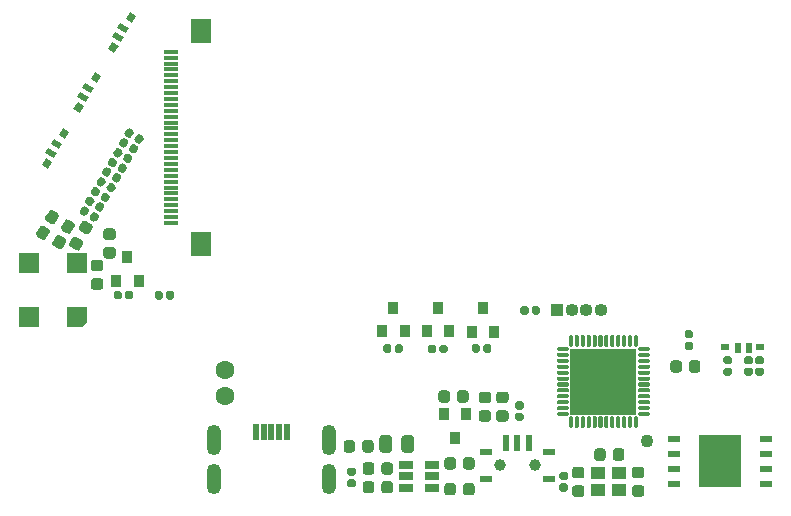
<source format=gts>
G04 #@! TF.GenerationSoftware,KiCad,Pcbnew,(5.1.6)-1*
G04 #@! TF.CreationDate,2021-01-06T20:51:57+08:00*
G04 #@! TF.ProjectId,main_V1.0,6d61696e-5f56-4312-9e30-2e6b69636164,rev?*
G04 #@! TF.SameCoordinates,Original*
G04 #@! TF.FileFunction,Soldermask,Top*
G04 #@! TF.FilePolarity,Negative*
%FSLAX46Y46*%
G04 Gerber Fmt 4.6, Leading zero omitted, Abs format (unit mm)*
G04 Created by KiCad (PCBNEW (5.1.6)-1) date 2021-01-06 20:51:57*
%MOMM*%
%LPD*%
G01*
G04 APERTURE LIST*
%ADD10R,1.800000X2.100000*%
%ADD11R,1.200000X0.400000*%
%ADD12C,0.100000*%
%ADD13R,0.700000X0.600000*%
%ADD14R,0.500000X0.850000*%
%ADD15R,3.550000X4.450000*%
%ADD16R,1.050000X0.550000*%
%ADD17O,1.250000X2.600000*%
%ADD18R,0.500000X1.450000*%
%ADD19R,1.250000X1.100000*%
%ADD20R,1.700000X1.700000*%
%ADD21R,0.900000X1.000000*%
%ADD22R,5.700000X5.700000*%
%ADD23C,1.100000*%
%ADD24C,1.000000*%
%ADD25R,1.100000X0.600000*%
%ADD26R,0.600000X1.400000*%
%ADD27O,1.100000X1.100000*%
%ADD28R,1.100000X1.100000*%
%ADD29R,1.160000X0.750000*%
%ADD30C,1.600000*%
G04 APERTURE END LIST*
D10*
X46819000Y5117000D03*
D11*
X44262500Y-8650000D03*
X44262500Y350000D03*
X44262500Y1350000D03*
X44262500Y2350000D03*
X44262500Y-2650000D03*
X44262500Y2850000D03*
X44262500Y-8150000D03*
X44262500Y-5150000D03*
X44262500Y-650000D03*
X44262500Y-7650000D03*
X44262500Y-1150000D03*
X44262500Y1850000D03*
X44262500Y-10650000D03*
D10*
X46819000Y-12917000D03*
D11*
X44262500Y-3650000D03*
X44262500Y-9150000D03*
X44262500Y-6150000D03*
X44262500Y-3150000D03*
X44262500Y-1650000D03*
X44262500Y-11150000D03*
X44262500Y-9650000D03*
X44262500Y-150000D03*
X44262500Y850000D03*
X44262500Y-4150000D03*
X44262500Y-5650000D03*
X44262500Y3350000D03*
X44262500Y-7150000D03*
X44262500Y-4650000D03*
X44262500Y-6650000D03*
X44262500Y-10150000D03*
X44262500Y-2150000D03*
G36*
G01*
X38737907Y-7671060D02*
X38540406Y-8013140D01*
G75*
G02*
X38304767Y-8076279I-149389J86250D01*
G01*
X38005989Y-7903779D01*
G75*
G02*
X37942850Y-7668140I86250J149389D01*
G01*
X38140350Y-7326060D01*
G75*
G02*
X38375989Y-7262921I149389J-86250D01*
G01*
X38674767Y-7435421D01*
G75*
G02*
X38737906Y-7671060I-86250J-149389D01*
G01*
G37*
G36*
G01*
X39577951Y-8156060D02*
X39380450Y-8498140D01*
G75*
G02*
X39144811Y-8561279I-149389J86250D01*
G01*
X38846033Y-8388779D01*
G75*
G02*
X38782894Y-8153140I86250J149389D01*
G01*
X38980394Y-7811060D01*
G75*
G02*
X39216033Y-7747921I149389J-86250D01*
G01*
X39514811Y-7920421D01*
G75*
G02*
X39577950Y-8156060I-86250J-149389D01*
G01*
G37*
G36*
G01*
X38255307Y-8496560D02*
X38057806Y-8838640D01*
G75*
G02*
X37822167Y-8901779I-149389J86250D01*
G01*
X37523389Y-8729279D01*
G75*
G02*
X37460250Y-8493640I86250J149389D01*
G01*
X37657750Y-8151560D01*
G75*
G02*
X37893389Y-8088421I149389J-86250D01*
G01*
X38192167Y-8260921D01*
G75*
G02*
X38255306Y-8496560I-86250J-149389D01*
G01*
G37*
G36*
G01*
X39095351Y-8981560D02*
X38897850Y-9323640D01*
G75*
G02*
X38662211Y-9386779I-149389J86250D01*
G01*
X38363433Y-9214279D01*
G75*
G02*
X38300294Y-8978640I86250J149389D01*
G01*
X38497794Y-8636560D01*
G75*
G02*
X38733433Y-8573421I149389J-86250D01*
G01*
X39032211Y-8745921D01*
G75*
G02*
X39095350Y-8981560I-86250J-149389D01*
G01*
G37*
G36*
G01*
X38771250Y-13190500D02*
X39333750Y-13190500D01*
G75*
G02*
X39577500Y-13434250I0J-243750D01*
G01*
X39577500Y-13921750D01*
G75*
G02*
X39333750Y-14165500I-243750J0D01*
G01*
X38771250Y-14165500D01*
G75*
G02*
X38527500Y-13921750I0J243750D01*
G01*
X38527500Y-13434250D01*
G75*
G02*
X38771250Y-13190500I243750J0D01*
G01*
G37*
G36*
G01*
X38771250Y-11615500D02*
X39333750Y-11615500D01*
G75*
G02*
X39577500Y-11859250I0J-243750D01*
G01*
X39577500Y-12346750D01*
G75*
G02*
X39333750Y-12590500I-243750J0D01*
G01*
X38771250Y-12590500D01*
G75*
G02*
X38527500Y-12346750I0J243750D01*
G01*
X38527500Y-11859250D01*
G75*
G02*
X38771250Y-11615500I243750J0D01*
G01*
G37*
G36*
G01*
X36245930Y-12336583D02*
X36733070Y-12617832D01*
G75*
G02*
X36822289Y-12950801I-121875J-211094D01*
G01*
X36578539Y-13372989D01*
G75*
G02*
X36245570Y-13462208I-211094J121875D01*
G01*
X35758430Y-13180958D01*
G75*
G02*
X35669211Y-12847989I121875J211094D01*
G01*
X35912961Y-12425801D01*
G75*
G02*
X36245930Y-12336582I211094J-121875D01*
G01*
G37*
G36*
G01*
X37033430Y-10972593D02*
X37520570Y-11253842D01*
G75*
G02*
X37609789Y-11586811I-121875J-211094D01*
G01*
X37366039Y-12008999D01*
G75*
G02*
X37033070Y-12098218I-211094J121875D01*
G01*
X36545930Y-11816968D01*
G75*
G02*
X36456711Y-11483999I121875J211094D01*
G01*
X36700461Y-11061811D01*
G75*
G02*
X37033430Y-10972592I211094J-121875D01*
G01*
G37*
D12*
G36*
X40931102Y5788448D02*
G01*
X40411486Y6088448D01*
X40761486Y6694666D01*
X41281102Y6394666D01*
X40931102Y5788448D01*
G37*
G36*
X40446101Y4948403D02*
G01*
X39709979Y5373403D01*
X39959979Y5806415D01*
X40696101Y5381415D01*
X40446101Y4948403D01*
G37*
G36*
X39471102Y3259653D02*
G01*
X38951486Y3559653D01*
X39301486Y4165871D01*
X39821102Y3865871D01*
X39471102Y3259653D01*
G37*
G36*
X39996101Y4168981D02*
G01*
X39259979Y4593981D01*
X39509979Y5026993D01*
X40246101Y4601993D01*
X39996101Y4168981D01*
G37*
G36*
G01*
X63208301Y-21990702D02*
X63208301Y-21595702D01*
G75*
G02*
X63380801Y-21423202I172500J0D01*
G01*
X63725801Y-21423202D01*
G75*
G02*
X63898301Y-21595702I0J-172500D01*
G01*
X63898301Y-21990702D01*
G75*
G02*
X63725801Y-22163202I-172500J0D01*
G01*
X63380801Y-22163202D01*
G75*
G02*
X63208301Y-21990702I0J172500D01*
G01*
G37*
G36*
G01*
X62238301Y-21990702D02*
X62238301Y-21595702D01*
G75*
G02*
X62410801Y-21423202I172500J0D01*
G01*
X62755801Y-21423202D01*
G75*
G02*
X62928301Y-21595702I0J-172500D01*
G01*
X62928301Y-21990702D01*
G75*
G02*
X62755801Y-22163202I-172500J0D01*
G01*
X62410801Y-22163202D01*
G75*
G02*
X62238301Y-21990702I0J172500D01*
G01*
G37*
G36*
G01*
X66992799Y-22016104D02*
X66992799Y-21621104D01*
G75*
G02*
X67165299Y-21448604I172500J0D01*
G01*
X67510299Y-21448604D01*
G75*
G02*
X67682799Y-21621104I0J-172500D01*
G01*
X67682799Y-22016104D01*
G75*
G02*
X67510299Y-22188604I-172500J0D01*
G01*
X67165299Y-22188604D01*
G75*
G02*
X66992799Y-22016104I0J172500D01*
G01*
G37*
G36*
G01*
X66022799Y-22016104D02*
X66022799Y-21621104D01*
G75*
G02*
X66195299Y-21448604I172500J0D01*
G01*
X66540299Y-21448604D01*
G75*
G02*
X66712799Y-21621104I0J-172500D01*
G01*
X66712799Y-22016104D01*
G75*
G02*
X66540299Y-22188604I-172500J0D01*
G01*
X66195299Y-22188604D01*
G75*
G02*
X66022799Y-22016104I0J172500D01*
G01*
G37*
G36*
G01*
X70701200Y-21965299D02*
X70701200Y-21570299D01*
G75*
G02*
X70873700Y-21397799I172500J0D01*
G01*
X71218700Y-21397799D01*
G75*
G02*
X71391200Y-21570299I0J-172500D01*
G01*
X71391200Y-21965299D01*
G75*
G02*
X71218700Y-22137799I-172500J0D01*
G01*
X70873700Y-22137799D01*
G75*
G02*
X70701200Y-21965299I0J172500D01*
G01*
G37*
G36*
G01*
X69731200Y-21965299D02*
X69731200Y-21570299D01*
G75*
G02*
X69903700Y-21397799I172500J0D01*
G01*
X70248700Y-21397799D01*
G75*
G02*
X70421200Y-21570299I0J-172500D01*
G01*
X70421200Y-21965299D01*
G75*
G02*
X70248700Y-22137799I-172500J0D01*
G01*
X69903700Y-22137799D01*
G75*
G02*
X69731200Y-21965299I0J172500D01*
G01*
G37*
G36*
G01*
X59747800Y-32562500D02*
X59352800Y-32562500D01*
G75*
G02*
X59180300Y-32390000I0J172500D01*
G01*
X59180300Y-32045000D01*
G75*
G02*
X59352800Y-31872500I172500J0D01*
G01*
X59747800Y-31872500D01*
G75*
G02*
X59920300Y-32045000I0J-172500D01*
G01*
X59920300Y-32390000D01*
G75*
G02*
X59747800Y-32562500I-172500J0D01*
G01*
G37*
G36*
G01*
X59747800Y-33532500D02*
X59352800Y-33532500D01*
G75*
G02*
X59180300Y-33360000I0J172500D01*
G01*
X59180300Y-33015000D01*
G75*
G02*
X59352800Y-32842500I172500J0D01*
G01*
X59747800Y-32842500D01*
G75*
G02*
X59920300Y-33015000I0J-172500D01*
G01*
X59920300Y-33360000D01*
G75*
G02*
X59747800Y-33532500I-172500J0D01*
G01*
G37*
G36*
G01*
X40373600Y-17456800D02*
X40373600Y-17061800D01*
G75*
G02*
X40546100Y-16889300I172500J0D01*
G01*
X40891100Y-16889300D01*
G75*
G02*
X41063600Y-17061800I0J-172500D01*
G01*
X41063600Y-17456800D01*
G75*
G02*
X40891100Y-17629300I-172500J0D01*
G01*
X40546100Y-17629300D01*
G75*
G02*
X40373600Y-17456800I0J172500D01*
G01*
G37*
G36*
G01*
X39403600Y-17456800D02*
X39403600Y-17061800D01*
G75*
G02*
X39576100Y-16889300I172500J0D01*
G01*
X39921100Y-16889300D01*
G75*
G02*
X40093600Y-17061800I0J-172500D01*
G01*
X40093600Y-17456800D01*
G75*
G02*
X39921100Y-17629300I-172500J0D01*
G01*
X39576100Y-17629300D01*
G75*
G02*
X39403600Y-17456800I0J172500D01*
G01*
G37*
G36*
G01*
X43836800Y-17458400D02*
X43836800Y-17063400D01*
G75*
G02*
X44009300Y-16890900I172500J0D01*
G01*
X44354300Y-16890900D01*
G75*
G02*
X44526800Y-17063400I0J-172500D01*
G01*
X44526800Y-17458400D01*
G75*
G02*
X44354300Y-17630900I-172500J0D01*
G01*
X44009300Y-17630900D01*
G75*
G02*
X43836800Y-17458400I0J172500D01*
G01*
G37*
G36*
G01*
X42866800Y-17458400D02*
X42866800Y-17063400D01*
G75*
G02*
X43039300Y-16890900I172500J0D01*
G01*
X43384300Y-16890900D01*
G75*
G02*
X43556800Y-17063400I0J-172500D01*
G01*
X43556800Y-17458400D01*
G75*
G02*
X43384300Y-17630900I-172500J0D01*
G01*
X43039300Y-17630900D01*
G75*
G02*
X42866800Y-17458400I0J172500D01*
G01*
G37*
G36*
G01*
X73959100Y-26949100D02*
X73564100Y-26949100D01*
G75*
G02*
X73391600Y-26776600I0J172500D01*
G01*
X73391600Y-26431600D01*
G75*
G02*
X73564100Y-26259100I172500J0D01*
G01*
X73959100Y-26259100D01*
G75*
G02*
X74131600Y-26431600I0J-172500D01*
G01*
X74131600Y-26776600D01*
G75*
G02*
X73959100Y-26949100I-172500J0D01*
G01*
G37*
G36*
G01*
X73959100Y-27919100D02*
X73564100Y-27919100D01*
G75*
G02*
X73391600Y-27746600I0J172500D01*
G01*
X73391600Y-27401600D01*
G75*
G02*
X73564100Y-27229100I172500J0D01*
G01*
X73959100Y-27229100D01*
G75*
G02*
X74131600Y-27401600I0J-172500D01*
G01*
X74131600Y-27746600D01*
G75*
G02*
X73959100Y-27919100I-172500J0D01*
G01*
G37*
G36*
G01*
X74536000Y-18357200D02*
X74536000Y-18752200D01*
G75*
G02*
X74363500Y-18924700I-172500J0D01*
G01*
X74018500Y-18924700D01*
G75*
G02*
X73846000Y-18752200I0J172500D01*
G01*
X73846000Y-18357200D01*
G75*
G02*
X74018500Y-18184700I172500J0D01*
G01*
X74363500Y-18184700D01*
G75*
G02*
X74536000Y-18357200I0J-172500D01*
G01*
G37*
G36*
G01*
X75506000Y-18357200D02*
X75506000Y-18752200D01*
G75*
G02*
X75333500Y-18924700I-172500J0D01*
G01*
X74988500Y-18924700D01*
G75*
G02*
X74816000Y-18752200I0J172500D01*
G01*
X74816000Y-18357200D01*
G75*
G02*
X74988500Y-18184700I172500J0D01*
G01*
X75333500Y-18184700D01*
G75*
G02*
X75506000Y-18357200I0J-172500D01*
G01*
G37*
G36*
G01*
X87915100Y-21209300D02*
X88310100Y-21209300D01*
G75*
G02*
X88482600Y-21381800I0J-172500D01*
G01*
X88482600Y-21726800D01*
G75*
G02*
X88310100Y-21899300I-172500J0D01*
G01*
X87915100Y-21899300D01*
G75*
G02*
X87742600Y-21726800I0J172500D01*
G01*
X87742600Y-21381800D01*
G75*
G02*
X87915100Y-21209300I172500J0D01*
G01*
G37*
G36*
G01*
X87915100Y-20239300D02*
X88310100Y-20239300D01*
G75*
G02*
X88482600Y-20411800I0J-172500D01*
G01*
X88482600Y-20756800D01*
G75*
G02*
X88310100Y-20929300I-172500J0D01*
G01*
X87915100Y-20929300D01*
G75*
G02*
X87742600Y-20756800I0J172500D01*
G01*
X87742600Y-20411800D01*
G75*
G02*
X87915100Y-20239300I172500J0D01*
G01*
G37*
G36*
G01*
X77323300Y-33198100D02*
X77718300Y-33198100D01*
G75*
G02*
X77890800Y-33370600I0J-172500D01*
G01*
X77890800Y-33715600D01*
G75*
G02*
X77718300Y-33888100I-172500J0D01*
G01*
X77323300Y-33888100D01*
G75*
G02*
X77150800Y-33715600I0J172500D01*
G01*
X77150800Y-33370600D01*
G75*
G02*
X77323300Y-33198100I172500J0D01*
G01*
G37*
G36*
G01*
X77323300Y-32228100D02*
X77718300Y-32228100D01*
G75*
G02*
X77890800Y-32400600I0J-172500D01*
G01*
X77890800Y-32745600D01*
G75*
G02*
X77718300Y-32918100I-172500J0D01*
G01*
X77323300Y-32918100D01*
G75*
G02*
X77150800Y-32745600I0J172500D01*
G01*
X77150800Y-32400600D01*
G75*
G02*
X77323300Y-32228100I172500J0D01*
G01*
G37*
G36*
X37984702Y708448D02*
G01*
X37465086Y1008448D01*
X37815086Y1614666D01*
X38334702Y1314666D01*
X37984702Y708448D01*
G37*
G36*
X37499701Y-131597D02*
G01*
X36763579Y293403D01*
X37013579Y726415D01*
X37749701Y301415D01*
X37499701Y-131597D01*
G37*
G36*
X36524702Y-1820347D02*
G01*
X36005086Y-1520347D01*
X36355086Y-914129D01*
X36874702Y-1214129D01*
X36524702Y-1820347D01*
G37*
G36*
X37049701Y-911019D02*
G01*
X36313579Y-486019D01*
X36563579Y-53007D01*
X37299701Y-478007D01*
X37049701Y-911019D01*
G37*
G36*
X35299302Y-4028250D02*
G01*
X34779686Y-3728250D01*
X35129686Y-3122032D01*
X35649302Y-3422032D01*
X35299302Y-4028250D01*
G37*
G36*
X34814301Y-4868295D02*
G01*
X34078179Y-4443295D01*
X34328179Y-4010283D01*
X35064301Y-4435283D01*
X34814301Y-4868295D01*
G37*
G36*
X33839302Y-6557045D02*
G01*
X33319686Y-6257045D01*
X33669686Y-5650827D01*
X34189302Y-5950827D01*
X33839302Y-6557045D01*
G37*
G36*
X34364301Y-5647717D02*
G01*
X33628179Y-5222717D01*
X33878179Y-4789705D01*
X34614301Y-5214705D01*
X34364301Y-5647717D01*
G37*
D13*
X91202700Y-21649500D03*
D14*
X92272700Y-21774500D03*
D13*
X94122700Y-21649500D03*
D14*
X93172700Y-21774500D03*
D15*
X90728800Y-31330900D03*
D16*
X86828800Y-33235900D03*
X86828800Y-31965900D03*
X86828800Y-30695900D03*
X86828800Y-29425900D03*
X94628800Y-29425900D03*
X94628800Y-30695900D03*
X94628800Y-31965900D03*
X94628800Y-33235900D03*
D17*
X57618500Y-29519800D03*
X57618500Y-32869800D03*
X47918500Y-29519800D03*
X47918500Y-32869800D03*
D18*
X52118500Y-28814300D03*
X51468500Y-28814300D03*
X53418500Y-28814300D03*
X54068500Y-28814300D03*
X52768500Y-28814300D03*
G36*
G01*
X37785407Y-9322060D02*
X37587906Y-9664140D01*
G75*
G02*
X37352267Y-9727279I-149389J86250D01*
G01*
X37053489Y-9554779D01*
G75*
G02*
X36990350Y-9319140I86250J149389D01*
G01*
X37187850Y-8977060D01*
G75*
G02*
X37423489Y-8913921I149389J-86250D01*
G01*
X37722267Y-9086421D01*
G75*
G02*
X37785406Y-9322060I-86250J-149389D01*
G01*
G37*
G36*
G01*
X38625451Y-9807060D02*
X38427950Y-10149140D01*
G75*
G02*
X38192311Y-10212279I-149389J86250D01*
G01*
X37893533Y-10039779D01*
G75*
G02*
X37830394Y-9804140I86250J149389D01*
G01*
X38027894Y-9462060D01*
G75*
G02*
X38263533Y-9398921I149389J-86250D01*
G01*
X38562311Y-9571421D01*
G75*
G02*
X38625450Y-9807060I-86250J-149389D01*
G01*
G37*
G36*
G01*
X37315507Y-10147560D02*
X37118006Y-10489640D01*
G75*
G02*
X36882367Y-10552779I-149389J86250D01*
G01*
X36583589Y-10380279D01*
G75*
G02*
X36520450Y-10144640I86250J149389D01*
G01*
X36717950Y-9802560D01*
G75*
G02*
X36953589Y-9739421I149389J-86250D01*
G01*
X37252367Y-9911921D01*
G75*
G02*
X37315506Y-10147560I-86250J-149389D01*
G01*
G37*
G36*
G01*
X38155551Y-10632560D02*
X37958050Y-10974640D01*
G75*
G02*
X37722411Y-11037779I-149389J86250D01*
G01*
X37423633Y-10865279D01*
G75*
G02*
X37360494Y-10629640I86250J149389D01*
G01*
X37557994Y-10287560D01*
G75*
G02*
X37793633Y-10224421I149389J-86250D01*
G01*
X38092411Y-10396921D01*
G75*
G02*
X38155550Y-10632560I-86250J-149389D01*
G01*
G37*
G36*
G01*
X39690407Y-6032760D02*
X39492906Y-6374840D01*
G75*
G02*
X39257267Y-6437979I-149389J86250D01*
G01*
X38958489Y-6265479D01*
G75*
G02*
X38895350Y-6029840I86250J149389D01*
G01*
X39092850Y-5687760D01*
G75*
G02*
X39328489Y-5624621I149389J-86250D01*
G01*
X39627267Y-5797121D01*
G75*
G02*
X39690406Y-6032760I-86250J-149389D01*
G01*
G37*
G36*
G01*
X40530451Y-6517760D02*
X40332950Y-6859840D01*
G75*
G02*
X40097311Y-6922979I-149389J86250D01*
G01*
X39798533Y-6750479D01*
G75*
G02*
X39735394Y-6514840I86250J149389D01*
G01*
X39932894Y-6172760D01*
G75*
G02*
X40168533Y-6109621I149389J-86250D01*
G01*
X40467311Y-6282121D01*
G75*
G02*
X40530450Y-6517760I-86250J-149389D01*
G01*
G37*
G36*
G01*
X39207807Y-6845560D02*
X39010306Y-7187640D01*
G75*
G02*
X38774667Y-7250779I-149389J86250D01*
G01*
X38475889Y-7078279D01*
G75*
G02*
X38412750Y-6842640I86250J149389D01*
G01*
X38610250Y-6500560D01*
G75*
G02*
X38845889Y-6437421I149389J-86250D01*
G01*
X39144667Y-6609921D01*
G75*
G02*
X39207806Y-6845560I-86250J-149389D01*
G01*
G37*
G36*
G01*
X40047851Y-7330560D02*
X39850350Y-7672640D01*
G75*
G02*
X39614711Y-7735779I-149389J86250D01*
G01*
X39315933Y-7563279D01*
G75*
G02*
X39252794Y-7327640I86250J149389D01*
G01*
X39450294Y-6985560D01*
G75*
G02*
X39685933Y-6922421I149389J-86250D01*
G01*
X39984711Y-7094921D01*
G75*
G02*
X40047850Y-7330560I-86250J-149389D01*
G01*
G37*
G36*
G01*
X41112807Y-3556260D02*
X40915306Y-3898340D01*
G75*
G02*
X40679667Y-3961479I-149389J86250D01*
G01*
X40380889Y-3788979D01*
G75*
G02*
X40317750Y-3553340I86250J149389D01*
G01*
X40515250Y-3211260D01*
G75*
G02*
X40750889Y-3148121I149389J-86250D01*
G01*
X41049667Y-3320621D01*
G75*
G02*
X41112806Y-3556260I-86250J-149389D01*
G01*
G37*
G36*
G01*
X41952851Y-4041260D02*
X41755350Y-4383340D01*
G75*
G02*
X41519711Y-4446479I-149389J86250D01*
G01*
X41220933Y-4273979D01*
G75*
G02*
X41157794Y-4038340I86250J149389D01*
G01*
X41355294Y-3696260D01*
G75*
G02*
X41590933Y-3633121I149389J-86250D01*
G01*
X41889711Y-3805621D01*
G75*
G02*
X41952850Y-4041260I-86250J-149389D01*
G01*
G37*
G36*
G01*
X40642907Y-4381760D02*
X40445406Y-4723840D01*
G75*
G02*
X40209767Y-4786979I-149389J86250D01*
G01*
X39910989Y-4614479D01*
G75*
G02*
X39847850Y-4378840I86250J149389D01*
G01*
X40045350Y-4036760D01*
G75*
G02*
X40280989Y-3973621I149389J-86250D01*
G01*
X40579767Y-4146121D01*
G75*
G02*
X40642906Y-4381760I-86250J-149389D01*
G01*
G37*
G36*
G01*
X41482951Y-4866760D02*
X41285450Y-5208840D01*
G75*
G02*
X41049811Y-5271979I-149389J86250D01*
G01*
X40751033Y-5099479D01*
G75*
G02*
X40687894Y-4863840I86250J149389D01*
G01*
X40885394Y-4521760D01*
G75*
G02*
X41121033Y-4458621I149389J-86250D01*
G01*
X41419811Y-4631121D01*
G75*
G02*
X41482950Y-4866760I-86250J-149389D01*
G01*
G37*
G36*
G01*
X40160307Y-5207260D02*
X39962806Y-5549340D01*
G75*
G02*
X39727167Y-5612479I-149389J86250D01*
G01*
X39428389Y-5439979D01*
G75*
G02*
X39365250Y-5204340I86250J149389D01*
G01*
X39562750Y-4862260D01*
G75*
G02*
X39798389Y-4799121I149389J-86250D01*
G01*
X40097167Y-4971621D01*
G75*
G02*
X40160306Y-5207260I-86250J-149389D01*
G01*
G37*
G36*
G01*
X41000351Y-5692260D02*
X40802850Y-6034340D01*
G75*
G02*
X40567211Y-6097479I-149389J86250D01*
G01*
X40268433Y-5924979D01*
G75*
G02*
X40205294Y-5689340I86250J149389D01*
G01*
X40402794Y-5347260D01*
G75*
G02*
X40638433Y-5284121I149389J-86250D01*
G01*
X40937211Y-5456621D01*
G75*
G02*
X41000350Y-5692260I-86250J-149389D01*
G01*
G37*
G36*
G01*
X91594300Y-23120900D02*
X91199300Y-23120900D01*
G75*
G02*
X91026800Y-22948400I0J172500D01*
G01*
X91026800Y-22603400D01*
G75*
G02*
X91199300Y-22430900I172500J0D01*
G01*
X91594300Y-22430900D01*
G75*
G02*
X91766800Y-22603400I0J-172500D01*
G01*
X91766800Y-22948400D01*
G75*
G02*
X91594300Y-23120900I-172500J0D01*
G01*
G37*
G36*
G01*
X91594300Y-24090900D02*
X91199300Y-24090900D01*
G75*
G02*
X91026800Y-23918400I0J172500D01*
G01*
X91026800Y-23573400D01*
G75*
G02*
X91199300Y-23400900I172500J0D01*
G01*
X91594300Y-23400900D01*
G75*
G02*
X91766800Y-23573400I0J-172500D01*
G01*
X91766800Y-23918400D01*
G75*
G02*
X91594300Y-24090900I-172500J0D01*
G01*
G37*
G36*
G01*
X93344300Y-23120900D02*
X92949300Y-23120900D01*
G75*
G02*
X92776800Y-22948400I0J172500D01*
G01*
X92776800Y-22603400D01*
G75*
G02*
X92949300Y-22430900I172500J0D01*
G01*
X93344300Y-22430900D01*
G75*
G02*
X93516800Y-22603400I0J-172500D01*
G01*
X93516800Y-22948400D01*
G75*
G02*
X93344300Y-23120900I-172500J0D01*
G01*
G37*
G36*
G01*
X93344300Y-24090900D02*
X92949300Y-24090900D01*
G75*
G02*
X92776800Y-23918400I0J172500D01*
G01*
X92776800Y-23573400D01*
G75*
G02*
X92949300Y-23400900I172500J0D01*
G01*
X93344300Y-23400900D01*
G75*
G02*
X93516800Y-23573400I0J-172500D01*
G01*
X93516800Y-23918400D01*
G75*
G02*
X93344300Y-24090900I-172500J0D01*
G01*
G37*
G36*
G01*
X94294300Y-23120900D02*
X93899300Y-23120900D01*
G75*
G02*
X93726800Y-22948400I0J172500D01*
G01*
X93726800Y-22603400D01*
G75*
G02*
X93899300Y-22430900I172500J0D01*
G01*
X94294300Y-22430900D01*
G75*
G02*
X94466800Y-22603400I0J-172500D01*
G01*
X94466800Y-22948400D01*
G75*
G02*
X94294300Y-23120900I-172500J0D01*
G01*
G37*
G36*
G01*
X94294300Y-24090900D02*
X93899300Y-24090900D01*
G75*
G02*
X93726800Y-23918400I0J172500D01*
G01*
X93726800Y-23573400D01*
G75*
G02*
X93899300Y-23400900I172500J0D01*
G01*
X94294300Y-23400900D01*
G75*
G02*
X94466800Y-23573400I0J-172500D01*
G01*
X94466800Y-23918400D01*
G75*
G02*
X94294300Y-24090900I-172500J0D01*
G01*
G37*
D19*
X82193100Y-33758100D03*
X80443100Y-33758100D03*
X80443100Y-32358100D03*
X82193100Y-32358100D03*
D12*
G36*
X35517545Y-19989239D02*
G01*
X35508166Y-19986394D01*
X35499521Y-19981773D01*
X35491945Y-19975555D01*
X35485727Y-19967979D01*
X35481106Y-19959334D01*
X35478261Y-19949955D01*
X35477300Y-19940200D01*
X35477300Y-18340200D01*
X35478261Y-18330445D01*
X35481106Y-18321066D01*
X35485727Y-18312421D01*
X35491945Y-18304845D01*
X35499521Y-18298627D01*
X35508166Y-18294006D01*
X35517545Y-18291161D01*
X35527300Y-18290200D01*
X37127300Y-18290200D01*
X37137055Y-18291161D01*
X37146434Y-18294006D01*
X37155079Y-18298627D01*
X37162655Y-18304845D01*
X37168873Y-18312421D01*
X37173494Y-18321066D01*
X37176339Y-18330445D01*
X37177300Y-18340200D01*
X37177300Y-19540200D01*
X37176339Y-19549955D01*
X37173494Y-19559334D01*
X37168873Y-19567979D01*
X37162655Y-19575555D01*
X36762655Y-19975555D01*
X36755079Y-19981773D01*
X36746434Y-19986394D01*
X36737055Y-19989239D01*
X36727300Y-19990200D01*
X35527300Y-19990200D01*
X35517545Y-19989239D01*
G37*
D20*
X32227300Y-14540200D03*
X36327300Y-14540200D03*
X32227300Y-19140200D03*
D21*
X68287900Y-29333700D03*
X67337900Y-27333700D03*
X69237900Y-27333700D03*
D22*
X80873600Y-24574500D03*
G36*
G01*
X77836100Y-27499500D02*
X77036100Y-27499500D01*
G75*
G02*
X76948600Y-27412000I0J87500D01*
G01*
X76948600Y-27237000D01*
G75*
G02*
X77036100Y-27149500I87500J0D01*
G01*
X77836100Y-27149500D01*
G75*
G02*
X77923600Y-27237000I0J-87500D01*
G01*
X77923600Y-27412000D01*
G75*
G02*
X77836100Y-27499500I-87500J0D01*
G01*
G37*
G36*
G01*
X77836100Y-26999500D02*
X77036100Y-26999500D01*
G75*
G02*
X76948600Y-26912000I0J87500D01*
G01*
X76948600Y-26737000D01*
G75*
G02*
X77036100Y-26649500I87500J0D01*
G01*
X77836100Y-26649500D01*
G75*
G02*
X77923600Y-26737000I0J-87500D01*
G01*
X77923600Y-26912000D01*
G75*
G02*
X77836100Y-26999500I-87500J0D01*
G01*
G37*
G36*
G01*
X77836100Y-26499500D02*
X77036100Y-26499500D01*
G75*
G02*
X76948600Y-26412000I0J87500D01*
G01*
X76948600Y-26237000D01*
G75*
G02*
X77036100Y-26149500I87500J0D01*
G01*
X77836100Y-26149500D01*
G75*
G02*
X77923600Y-26237000I0J-87500D01*
G01*
X77923600Y-26412000D01*
G75*
G02*
X77836100Y-26499500I-87500J0D01*
G01*
G37*
G36*
G01*
X77836100Y-25999500D02*
X77036100Y-25999500D01*
G75*
G02*
X76948600Y-25912000I0J87500D01*
G01*
X76948600Y-25737000D01*
G75*
G02*
X77036100Y-25649500I87500J0D01*
G01*
X77836100Y-25649500D01*
G75*
G02*
X77923600Y-25737000I0J-87500D01*
G01*
X77923600Y-25912000D01*
G75*
G02*
X77836100Y-25999500I-87500J0D01*
G01*
G37*
G36*
G01*
X77836100Y-25499500D02*
X77036100Y-25499500D01*
G75*
G02*
X76948600Y-25412000I0J87500D01*
G01*
X76948600Y-25237000D01*
G75*
G02*
X77036100Y-25149500I87500J0D01*
G01*
X77836100Y-25149500D01*
G75*
G02*
X77923600Y-25237000I0J-87500D01*
G01*
X77923600Y-25412000D01*
G75*
G02*
X77836100Y-25499500I-87500J0D01*
G01*
G37*
G36*
G01*
X77836100Y-24999500D02*
X77036100Y-24999500D01*
G75*
G02*
X76948600Y-24912000I0J87500D01*
G01*
X76948600Y-24737000D01*
G75*
G02*
X77036100Y-24649500I87500J0D01*
G01*
X77836100Y-24649500D01*
G75*
G02*
X77923600Y-24737000I0J-87500D01*
G01*
X77923600Y-24912000D01*
G75*
G02*
X77836100Y-24999500I-87500J0D01*
G01*
G37*
G36*
G01*
X77836100Y-24499500D02*
X77036100Y-24499500D01*
G75*
G02*
X76948600Y-24412000I0J87500D01*
G01*
X76948600Y-24237000D01*
G75*
G02*
X77036100Y-24149500I87500J0D01*
G01*
X77836100Y-24149500D01*
G75*
G02*
X77923600Y-24237000I0J-87500D01*
G01*
X77923600Y-24412000D01*
G75*
G02*
X77836100Y-24499500I-87500J0D01*
G01*
G37*
G36*
G01*
X77836100Y-23999500D02*
X77036100Y-23999500D01*
G75*
G02*
X76948600Y-23912000I0J87500D01*
G01*
X76948600Y-23737000D01*
G75*
G02*
X77036100Y-23649500I87500J0D01*
G01*
X77836100Y-23649500D01*
G75*
G02*
X77923600Y-23737000I0J-87500D01*
G01*
X77923600Y-23912000D01*
G75*
G02*
X77836100Y-23999500I-87500J0D01*
G01*
G37*
G36*
G01*
X77836100Y-23499500D02*
X77036100Y-23499500D01*
G75*
G02*
X76948600Y-23412000I0J87500D01*
G01*
X76948600Y-23237000D01*
G75*
G02*
X77036100Y-23149500I87500J0D01*
G01*
X77836100Y-23149500D01*
G75*
G02*
X77923600Y-23237000I0J-87500D01*
G01*
X77923600Y-23412000D01*
G75*
G02*
X77836100Y-23499500I-87500J0D01*
G01*
G37*
G36*
G01*
X77836100Y-22999500D02*
X77036100Y-22999500D01*
G75*
G02*
X76948600Y-22912000I0J87500D01*
G01*
X76948600Y-22737000D01*
G75*
G02*
X77036100Y-22649500I87500J0D01*
G01*
X77836100Y-22649500D01*
G75*
G02*
X77923600Y-22737000I0J-87500D01*
G01*
X77923600Y-22912000D01*
G75*
G02*
X77836100Y-22999500I-87500J0D01*
G01*
G37*
G36*
G01*
X77836100Y-22499500D02*
X77036100Y-22499500D01*
G75*
G02*
X76948600Y-22412000I0J87500D01*
G01*
X76948600Y-22237000D01*
G75*
G02*
X77036100Y-22149500I87500J0D01*
G01*
X77836100Y-22149500D01*
G75*
G02*
X77923600Y-22237000I0J-87500D01*
G01*
X77923600Y-22412000D01*
G75*
G02*
X77836100Y-22499500I-87500J0D01*
G01*
G37*
G36*
G01*
X77836100Y-21999500D02*
X77036100Y-21999500D01*
G75*
G02*
X76948600Y-21912000I0J87500D01*
G01*
X76948600Y-21737000D01*
G75*
G02*
X77036100Y-21649500I87500J0D01*
G01*
X77836100Y-21649500D01*
G75*
G02*
X77923600Y-21737000I0J-87500D01*
G01*
X77923600Y-21912000D01*
G75*
G02*
X77836100Y-21999500I-87500J0D01*
G01*
G37*
G36*
G01*
X78211100Y-21624500D02*
X78036100Y-21624500D01*
G75*
G02*
X77948600Y-21537000I0J87500D01*
G01*
X77948600Y-20737000D01*
G75*
G02*
X78036100Y-20649500I87500J0D01*
G01*
X78211100Y-20649500D01*
G75*
G02*
X78298600Y-20737000I0J-87500D01*
G01*
X78298600Y-21537000D01*
G75*
G02*
X78211100Y-21624500I-87500J0D01*
G01*
G37*
G36*
G01*
X78711100Y-21624500D02*
X78536100Y-21624500D01*
G75*
G02*
X78448600Y-21537000I0J87500D01*
G01*
X78448600Y-20737000D01*
G75*
G02*
X78536100Y-20649500I87500J0D01*
G01*
X78711100Y-20649500D01*
G75*
G02*
X78798600Y-20737000I0J-87500D01*
G01*
X78798600Y-21537000D01*
G75*
G02*
X78711100Y-21624500I-87500J0D01*
G01*
G37*
G36*
G01*
X79211100Y-21624500D02*
X79036100Y-21624500D01*
G75*
G02*
X78948600Y-21537000I0J87500D01*
G01*
X78948600Y-20737000D01*
G75*
G02*
X79036100Y-20649500I87500J0D01*
G01*
X79211100Y-20649500D01*
G75*
G02*
X79298600Y-20737000I0J-87500D01*
G01*
X79298600Y-21537000D01*
G75*
G02*
X79211100Y-21624500I-87500J0D01*
G01*
G37*
G36*
G01*
X79711100Y-21624500D02*
X79536100Y-21624500D01*
G75*
G02*
X79448600Y-21537000I0J87500D01*
G01*
X79448600Y-20737000D01*
G75*
G02*
X79536100Y-20649500I87500J0D01*
G01*
X79711100Y-20649500D01*
G75*
G02*
X79798600Y-20737000I0J-87500D01*
G01*
X79798600Y-21537000D01*
G75*
G02*
X79711100Y-21624500I-87500J0D01*
G01*
G37*
G36*
G01*
X80211100Y-21624500D02*
X80036100Y-21624500D01*
G75*
G02*
X79948600Y-21537000I0J87500D01*
G01*
X79948600Y-20737000D01*
G75*
G02*
X80036100Y-20649500I87500J0D01*
G01*
X80211100Y-20649500D01*
G75*
G02*
X80298600Y-20737000I0J-87500D01*
G01*
X80298600Y-21537000D01*
G75*
G02*
X80211100Y-21624500I-87500J0D01*
G01*
G37*
G36*
G01*
X80711100Y-21624500D02*
X80536100Y-21624500D01*
G75*
G02*
X80448600Y-21537000I0J87500D01*
G01*
X80448600Y-20737000D01*
G75*
G02*
X80536100Y-20649500I87500J0D01*
G01*
X80711100Y-20649500D01*
G75*
G02*
X80798600Y-20737000I0J-87500D01*
G01*
X80798600Y-21537000D01*
G75*
G02*
X80711100Y-21624500I-87500J0D01*
G01*
G37*
G36*
G01*
X81211100Y-21624500D02*
X81036100Y-21624500D01*
G75*
G02*
X80948600Y-21537000I0J87500D01*
G01*
X80948600Y-20737000D01*
G75*
G02*
X81036100Y-20649500I87500J0D01*
G01*
X81211100Y-20649500D01*
G75*
G02*
X81298600Y-20737000I0J-87500D01*
G01*
X81298600Y-21537000D01*
G75*
G02*
X81211100Y-21624500I-87500J0D01*
G01*
G37*
G36*
G01*
X81711100Y-21624500D02*
X81536100Y-21624500D01*
G75*
G02*
X81448600Y-21537000I0J87500D01*
G01*
X81448600Y-20737000D01*
G75*
G02*
X81536100Y-20649500I87500J0D01*
G01*
X81711100Y-20649500D01*
G75*
G02*
X81798600Y-20737000I0J-87500D01*
G01*
X81798600Y-21537000D01*
G75*
G02*
X81711100Y-21624500I-87500J0D01*
G01*
G37*
G36*
G01*
X82211100Y-21624500D02*
X82036100Y-21624500D01*
G75*
G02*
X81948600Y-21537000I0J87500D01*
G01*
X81948600Y-20737000D01*
G75*
G02*
X82036100Y-20649500I87500J0D01*
G01*
X82211100Y-20649500D01*
G75*
G02*
X82298600Y-20737000I0J-87500D01*
G01*
X82298600Y-21537000D01*
G75*
G02*
X82211100Y-21624500I-87500J0D01*
G01*
G37*
G36*
G01*
X82711100Y-21624500D02*
X82536100Y-21624500D01*
G75*
G02*
X82448600Y-21537000I0J87500D01*
G01*
X82448600Y-20737000D01*
G75*
G02*
X82536100Y-20649500I87500J0D01*
G01*
X82711100Y-20649500D01*
G75*
G02*
X82798600Y-20737000I0J-87500D01*
G01*
X82798600Y-21537000D01*
G75*
G02*
X82711100Y-21624500I-87500J0D01*
G01*
G37*
G36*
G01*
X83211100Y-21624500D02*
X83036100Y-21624500D01*
G75*
G02*
X82948600Y-21537000I0J87500D01*
G01*
X82948600Y-20737000D01*
G75*
G02*
X83036100Y-20649500I87500J0D01*
G01*
X83211100Y-20649500D01*
G75*
G02*
X83298600Y-20737000I0J-87500D01*
G01*
X83298600Y-21537000D01*
G75*
G02*
X83211100Y-21624500I-87500J0D01*
G01*
G37*
G36*
G01*
X83711100Y-21624500D02*
X83536100Y-21624500D01*
G75*
G02*
X83448600Y-21537000I0J87500D01*
G01*
X83448600Y-20737000D01*
G75*
G02*
X83536100Y-20649500I87500J0D01*
G01*
X83711100Y-20649500D01*
G75*
G02*
X83798600Y-20737000I0J-87500D01*
G01*
X83798600Y-21537000D01*
G75*
G02*
X83711100Y-21624500I-87500J0D01*
G01*
G37*
G36*
G01*
X84711100Y-21999500D02*
X83911100Y-21999500D01*
G75*
G02*
X83823600Y-21912000I0J87500D01*
G01*
X83823600Y-21737000D01*
G75*
G02*
X83911100Y-21649500I87500J0D01*
G01*
X84711100Y-21649500D01*
G75*
G02*
X84798600Y-21737000I0J-87500D01*
G01*
X84798600Y-21912000D01*
G75*
G02*
X84711100Y-21999500I-87500J0D01*
G01*
G37*
G36*
G01*
X84711100Y-22499500D02*
X83911100Y-22499500D01*
G75*
G02*
X83823600Y-22412000I0J87500D01*
G01*
X83823600Y-22237000D01*
G75*
G02*
X83911100Y-22149500I87500J0D01*
G01*
X84711100Y-22149500D01*
G75*
G02*
X84798600Y-22237000I0J-87500D01*
G01*
X84798600Y-22412000D01*
G75*
G02*
X84711100Y-22499500I-87500J0D01*
G01*
G37*
G36*
G01*
X84711100Y-22999500D02*
X83911100Y-22999500D01*
G75*
G02*
X83823600Y-22912000I0J87500D01*
G01*
X83823600Y-22737000D01*
G75*
G02*
X83911100Y-22649500I87500J0D01*
G01*
X84711100Y-22649500D01*
G75*
G02*
X84798600Y-22737000I0J-87500D01*
G01*
X84798600Y-22912000D01*
G75*
G02*
X84711100Y-22999500I-87500J0D01*
G01*
G37*
G36*
G01*
X84711100Y-23499500D02*
X83911100Y-23499500D01*
G75*
G02*
X83823600Y-23412000I0J87500D01*
G01*
X83823600Y-23237000D01*
G75*
G02*
X83911100Y-23149500I87500J0D01*
G01*
X84711100Y-23149500D01*
G75*
G02*
X84798600Y-23237000I0J-87500D01*
G01*
X84798600Y-23412000D01*
G75*
G02*
X84711100Y-23499500I-87500J0D01*
G01*
G37*
G36*
G01*
X84711100Y-23999500D02*
X83911100Y-23999500D01*
G75*
G02*
X83823600Y-23912000I0J87500D01*
G01*
X83823600Y-23737000D01*
G75*
G02*
X83911100Y-23649500I87500J0D01*
G01*
X84711100Y-23649500D01*
G75*
G02*
X84798600Y-23737000I0J-87500D01*
G01*
X84798600Y-23912000D01*
G75*
G02*
X84711100Y-23999500I-87500J0D01*
G01*
G37*
G36*
G01*
X84711100Y-24499500D02*
X83911100Y-24499500D01*
G75*
G02*
X83823600Y-24412000I0J87500D01*
G01*
X83823600Y-24237000D01*
G75*
G02*
X83911100Y-24149500I87500J0D01*
G01*
X84711100Y-24149500D01*
G75*
G02*
X84798600Y-24237000I0J-87500D01*
G01*
X84798600Y-24412000D01*
G75*
G02*
X84711100Y-24499500I-87500J0D01*
G01*
G37*
G36*
G01*
X84711100Y-24999500D02*
X83911100Y-24999500D01*
G75*
G02*
X83823600Y-24912000I0J87500D01*
G01*
X83823600Y-24737000D01*
G75*
G02*
X83911100Y-24649500I87500J0D01*
G01*
X84711100Y-24649500D01*
G75*
G02*
X84798600Y-24737000I0J-87500D01*
G01*
X84798600Y-24912000D01*
G75*
G02*
X84711100Y-24999500I-87500J0D01*
G01*
G37*
G36*
G01*
X84711100Y-25499500D02*
X83911100Y-25499500D01*
G75*
G02*
X83823600Y-25412000I0J87500D01*
G01*
X83823600Y-25237000D01*
G75*
G02*
X83911100Y-25149500I87500J0D01*
G01*
X84711100Y-25149500D01*
G75*
G02*
X84798600Y-25237000I0J-87500D01*
G01*
X84798600Y-25412000D01*
G75*
G02*
X84711100Y-25499500I-87500J0D01*
G01*
G37*
G36*
G01*
X84711100Y-25999500D02*
X83911100Y-25999500D01*
G75*
G02*
X83823600Y-25912000I0J87500D01*
G01*
X83823600Y-25737000D01*
G75*
G02*
X83911100Y-25649500I87500J0D01*
G01*
X84711100Y-25649500D01*
G75*
G02*
X84798600Y-25737000I0J-87500D01*
G01*
X84798600Y-25912000D01*
G75*
G02*
X84711100Y-25999500I-87500J0D01*
G01*
G37*
G36*
G01*
X84711100Y-26499500D02*
X83911100Y-26499500D01*
G75*
G02*
X83823600Y-26412000I0J87500D01*
G01*
X83823600Y-26237000D01*
G75*
G02*
X83911100Y-26149500I87500J0D01*
G01*
X84711100Y-26149500D01*
G75*
G02*
X84798600Y-26237000I0J-87500D01*
G01*
X84798600Y-26412000D01*
G75*
G02*
X84711100Y-26499500I-87500J0D01*
G01*
G37*
G36*
G01*
X84711100Y-26999500D02*
X83911100Y-26999500D01*
G75*
G02*
X83823600Y-26912000I0J87500D01*
G01*
X83823600Y-26737000D01*
G75*
G02*
X83911100Y-26649500I87500J0D01*
G01*
X84711100Y-26649500D01*
G75*
G02*
X84798600Y-26737000I0J-87500D01*
G01*
X84798600Y-26912000D01*
G75*
G02*
X84711100Y-26999500I-87500J0D01*
G01*
G37*
G36*
G01*
X84711100Y-27499500D02*
X83911100Y-27499500D01*
G75*
G02*
X83823600Y-27412000I0J87500D01*
G01*
X83823600Y-27237000D01*
G75*
G02*
X83911100Y-27149500I87500J0D01*
G01*
X84711100Y-27149500D01*
G75*
G02*
X84798600Y-27237000I0J-87500D01*
G01*
X84798600Y-27412000D01*
G75*
G02*
X84711100Y-27499500I-87500J0D01*
G01*
G37*
G36*
G01*
X83711100Y-28499500D02*
X83536100Y-28499500D01*
G75*
G02*
X83448600Y-28412000I0J87500D01*
G01*
X83448600Y-27612000D01*
G75*
G02*
X83536100Y-27524500I87500J0D01*
G01*
X83711100Y-27524500D01*
G75*
G02*
X83798600Y-27612000I0J-87500D01*
G01*
X83798600Y-28412000D01*
G75*
G02*
X83711100Y-28499500I-87500J0D01*
G01*
G37*
G36*
G01*
X83211100Y-28499500D02*
X83036100Y-28499500D01*
G75*
G02*
X82948600Y-28412000I0J87500D01*
G01*
X82948600Y-27612000D01*
G75*
G02*
X83036100Y-27524500I87500J0D01*
G01*
X83211100Y-27524500D01*
G75*
G02*
X83298600Y-27612000I0J-87500D01*
G01*
X83298600Y-28412000D01*
G75*
G02*
X83211100Y-28499500I-87500J0D01*
G01*
G37*
G36*
G01*
X82711100Y-28499500D02*
X82536100Y-28499500D01*
G75*
G02*
X82448600Y-28412000I0J87500D01*
G01*
X82448600Y-27612000D01*
G75*
G02*
X82536100Y-27524500I87500J0D01*
G01*
X82711100Y-27524500D01*
G75*
G02*
X82798600Y-27612000I0J-87500D01*
G01*
X82798600Y-28412000D01*
G75*
G02*
X82711100Y-28499500I-87500J0D01*
G01*
G37*
G36*
G01*
X82211100Y-28499500D02*
X82036100Y-28499500D01*
G75*
G02*
X81948600Y-28412000I0J87500D01*
G01*
X81948600Y-27612000D01*
G75*
G02*
X82036100Y-27524500I87500J0D01*
G01*
X82211100Y-27524500D01*
G75*
G02*
X82298600Y-27612000I0J-87500D01*
G01*
X82298600Y-28412000D01*
G75*
G02*
X82211100Y-28499500I-87500J0D01*
G01*
G37*
G36*
G01*
X81711100Y-28499500D02*
X81536100Y-28499500D01*
G75*
G02*
X81448600Y-28412000I0J87500D01*
G01*
X81448600Y-27612000D01*
G75*
G02*
X81536100Y-27524500I87500J0D01*
G01*
X81711100Y-27524500D01*
G75*
G02*
X81798600Y-27612000I0J-87500D01*
G01*
X81798600Y-28412000D01*
G75*
G02*
X81711100Y-28499500I-87500J0D01*
G01*
G37*
G36*
G01*
X81211100Y-28499500D02*
X81036100Y-28499500D01*
G75*
G02*
X80948600Y-28412000I0J87500D01*
G01*
X80948600Y-27612000D01*
G75*
G02*
X81036100Y-27524500I87500J0D01*
G01*
X81211100Y-27524500D01*
G75*
G02*
X81298600Y-27612000I0J-87500D01*
G01*
X81298600Y-28412000D01*
G75*
G02*
X81211100Y-28499500I-87500J0D01*
G01*
G37*
G36*
G01*
X80711100Y-28499500D02*
X80536100Y-28499500D01*
G75*
G02*
X80448600Y-28412000I0J87500D01*
G01*
X80448600Y-27612000D01*
G75*
G02*
X80536100Y-27524500I87500J0D01*
G01*
X80711100Y-27524500D01*
G75*
G02*
X80798600Y-27612000I0J-87500D01*
G01*
X80798600Y-28412000D01*
G75*
G02*
X80711100Y-28499500I-87500J0D01*
G01*
G37*
G36*
G01*
X80211100Y-28499500D02*
X80036100Y-28499500D01*
G75*
G02*
X79948600Y-28412000I0J87500D01*
G01*
X79948600Y-27612000D01*
G75*
G02*
X80036100Y-27524500I87500J0D01*
G01*
X80211100Y-27524500D01*
G75*
G02*
X80298600Y-27612000I0J-87500D01*
G01*
X80298600Y-28412000D01*
G75*
G02*
X80211100Y-28499500I-87500J0D01*
G01*
G37*
G36*
G01*
X79711100Y-28499500D02*
X79536100Y-28499500D01*
G75*
G02*
X79448600Y-28412000I0J87500D01*
G01*
X79448600Y-27612000D01*
G75*
G02*
X79536100Y-27524500I87500J0D01*
G01*
X79711100Y-27524500D01*
G75*
G02*
X79798600Y-27612000I0J-87500D01*
G01*
X79798600Y-28412000D01*
G75*
G02*
X79711100Y-28499500I-87500J0D01*
G01*
G37*
G36*
G01*
X79211100Y-28499500D02*
X79036100Y-28499500D01*
G75*
G02*
X78948600Y-28412000I0J87500D01*
G01*
X78948600Y-27612000D01*
G75*
G02*
X79036100Y-27524500I87500J0D01*
G01*
X79211100Y-27524500D01*
G75*
G02*
X79298600Y-27612000I0J-87500D01*
G01*
X79298600Y-28412000D01*
G75*
G02*
X79211100Y-28499500I-87500J0D01*
G01*
G37*
G36*
G01*
X78711100Y-28499500D02*
X78536100Y-28499500D01*
G75*
G02*
X78448600Y-28412000I0J87500D01*
G01*
X78448600Y-27612000D01*
G75*
G02*
X78536100Y-27524500I87500J0D01*
G01*
X78711100Y-27524500D01*
G75*
G02*
X78798600Y-27612000I0J-87500D01*
G01*
X78798600Y-28412000D01*
G75*
G02*
X78711100Y-28499500I-87500J0D01*
G01*
G37*
G36*
G01*
X78211100Y-28499500D02*
X78036100Y-28499500D01*
G75*
G02*
X77948600Y-28412000I0J87500D01*
G01*
X77948600Y-27612000D01*
G75*
G02*
X78036100Y-27524500I87500J0D01*
G01*
X78211100Y-27524500D01*
G75*
G02*
X78298600Y-27612000I0J-87500D01*
G01*
X78298600Y-28412000D01*
G75*
G02*
X78211100Y-28499500I-87500J0D01*
G01*
G37*
D23*
X84543900Y-29629100D03*
D24*
X75083800Y-31680400D03*
X72083800Y-31680400D03*
D25*
X76250800Y-32854900D03*
X70916800Y-32855400D03*
X76250800Y-30505400D03*
X70916800Y-30505400D03*
D26*
X72583800Y-29743400D03*
X74583800Y-29743400D03*
X73583800Y-29743400D03*
G36*
G01*
X68981600Y-33974350D02*
X68981600Y-33411850D01*
G75*
G02*
X69225350Y-33168100I243750J0D01*
G01*
X69712850Y-33168100D01*
G75*
G02*
X69956600Y-33411850I0J-243750D01*
G01*
X69956600Y-33974350D01*
G75*
G02*
X69712850Y-34218100I-243750J0D01*
G01*
X69225350Y-34218100D01*
G75*
G02*
X68981600Y-33974350I0J243750D01*
G01*
G37*
G36*
G01*
X67406600Y-33974350D02*
X67406600Y-33411850D01*
G75*
G02*
X67650350Y-33168100I243750J0D01*
G01*
X68137850Y-33168100D01*
G75*
G02*
X68381600Y-33411850I0J-243750D01*
G01*
X68381600Y-33974350D01*
G75*
G02*
X68137850Y-34218100I-243750J0D01*
G01*
X67650350Y-34218100D01*
G75*
G02*
X67406600Y-33974350I0J243750D01*
G01*
G37*
G36*
G01*
X63773000Y-30338950D02*
X63773000Y-29376450D01*
G75*
G02*
X64041750Y-29107700I268750J0D01*
G01*
X64579250Y-29107700D01*
G75*
G02*
X64848000Y-29376450I0J-268750D01*
G01*
X64848000Y-30338950D01*
G75*
G02*
X64579250Y-30607700I-268750J0D01*
G01*
X64041750Y-30607700D01*
G75*
G02*
X63773000Y-30338950I0J268750D01*
G01*
G37*
G36*
G01*
X61898000Y-30338950D02*
X61898000Y-29376450D01*
G75*
G02*
X62166750Y-29107700I268750J0D01*
G01*
X62704250Y-29107700D01*
G75*
G02*
X62973000Y-29376450I0J-268750D01*
G01*
X62973000Y-30338950D01*
G75*
G02*
X62704250Y-30607700I-268750J0D01*
G01*
X62166750Y-30607700D01*
G75*
G02*
X61898000Y-30338950I0J268750D01*
G01*
G37*
G36*
G01*
X34980683Y-11455270D02*
X35261932Y-10968130D01*
G75*
G02*
X35594901Y-10878911I211094J-121875D01*
G01*
X36017089Y-11122661D01*
G75*
G02*
X36106308Y-11455630I-121875J-211094D01*
G01*
X35825058Y-11942770D01*
G75*
G02*
X35492089Y-12031989I-211094J121875D01*
G01*
X35069901Y-11788239D01*
G75*
G02*
X34980682Y-11455270I121875J211094D01*
G01*
G37*
G36*
G01*
X33616693Y-10667770D02*
X33897942Y-10180630D01*
G75*
G02*
X34230911Y-10091411I211094J-121875D01*
G01*
X34653099Y-10335161D01*
G75*
G02*
X34742318Y-10668130I-121875J-211094D01*
G01*
X34461068Y-11155270D01*
G75*
G02*
X34128099Y-11244489I-211094J121875D01*
G01*
X33705911Y-11000739D01*
G75*
G02*
X33616692Y-10667770I121875J211094D01*
G01*
G37*
G36*
G01*
X81068900Y-30478150D02*
X81068900Y-31040650D01*
G75*
G02*
X80825150Y-31284400I-243750J0D01*
G01*
X80337650Y-31284400D01*
G75*
G02*
X80093900Y-31040650I0J243750D01*
G01*
X80093900Y-30478150D01*
G75*
G02*
X80337650Y-30234400I243750J0D01*
G01*
X80825150Y-30234400D01*
G75*
G02*
X81068900Y-30478150I0J-243750D01*
G01*
G37*
G36*
G01*
X82643900Y-30478150D02*
X82643900Y-31040650D01*
G75*
G02*
X82400150Y-31284400I-243750J0D01*
G01*
X81912650Y-31284400D01*
G75*
G02*
X81668900Y-31040650I0J243750D01*
G01*
X81668900Y-30478150D01*
G75*
G02*
X81912650Y-30234400I243750J0D01*
G01*
X82400150Y-30234400D01*
G75*
G02*
X82643900Y-30478150I0J-243750D01*
G01*
G37*
G36*
G01*
X37717150Y-15832100D02*
X38279650Y-15832100D01*
G75*
G02*
X38523400Y-16075850I0J-243750D01*
G01*
X38523400Y-16563350D01*
G75*
G02*
X38279650Y-16807100I-243750J0D01*
G01*
X37717150Y-16807100D01*
G75*
G02*
X37473400Y-16563350I0J243750D01*
G01*
X37473400Y-16075850D01*
G75*
G02*
X37717150Y-15832100I243750J0D01*
G01*
G37*
G36*
G01*
X37717150Y-14257100D02*
X38279650Y-14257100D01*
G75*
G02*
X38523400Y-14500850I0J-243750D01*
G01*
X38523400Y-14988350D01*
G75*
G02*
X38279650Y-15232100I-243750J0D01*
G01*
X37717150Y-15232100D01*
G75*
G02*
X37473400Y-14988350I0J243750D01*
G01*
X37473400Y-14500850D01*
G75*
G02*
X37717150Y-14257100I243750J0D01*
G01*
G37*
G36*
G01*
X72032550Y-27008100D02*
X72595050Y-27008100D01*
G75*
G02*
X72838800Y-27251850I0J-243750D01*
G01*
X72838800Y-27739350D01*
G75*
G02*
X72595050Y-27983100I-243750J0D01*
G01*
X72032550Y-27983100D01*
G75*
G02*
X71788800Y-27739350I0J243750D01*
G01*
X71788800Y-27251850D01*
G75*
G02*
X72032550Y-27008100I243750J0D01*
G01*
G37*
G36*
G01*
X72032550Y-25433100D02*
X72595050Y-25433100D01*
G75*
G02*
X72838800Y-25676850I0J-243750D01*
G01*
X72838800Y-26164350D01*
G75*
G02*
X72595050Y-26408100I-243750J0D01*
G01*
X72032550Y-26408100D01*
G75*
G02*
X71788800Y-26164350I0J243750D01*
G01*
X71788800Y-25676850D01*
G75*
G02*
X72032550Y-25433100I243750J0D01*
G01*
G37*
D21*
X63093600Y-18316695D03*
X64043600Y-20316695D03*
X62143600Y-20316695D03*
X66852802Y-18329399D03*
X67802802Y-20329399D03*
X65902802Y-20329399D03*
X70662795Y-18342101D03*
X71612795Y-20342101D03*
X69712795Y-20342101D03*
X40563800Y-14024100D03*
X41513800Y-16024100D03*
X39613800Y-16024100D03*
D27*
X80681200Y-18503900D03*
X79431200Y-18503900D03*
X78181200Y-18503900D03*
D28*
X76931200Y-18503900D03*
D29*
X64165300Y-32613600D03*
X64165300Y-33563600D03*
X64165300Y-31663600D03*
X66365300Y-31663600D03*
X66365300Y-32613600D03*
X66365300Y-33563600D03*
G36*
G01*
X61472800Y-33246750D02*
X61472800Y-33809250D01*
G75*
G02*
X61229050Y-34053000I-243750J0D01*
G01*
X60741550Y-34053000D01*
G75*
G02*
X60497800Y-33809250I0J243750D01*
G01*
X60497800Y-33246750D01*
G75*
G02*
X60741550Y-33003000I243750J0D01*
G01*
X61229050Y-33003000D01*
G75*
G02*
X61472800Y-33246750I0J-243750D01*
G01*
G37*
G36*
G01*
X63047800Y-33246750D02*
X63047800Y-33809250D01*
G75*
G02*
X62804050Y-34053000I-243750J0D01*
G01*
X62316550Y-34053000D01*
G75*
G02*
X62072800Y-33809250I0J243750D01*
G01*
X62072800Y-33246750D01*
G75*
G02*
X62316550Y-33003000I243750J0D01*
G01*
X62804050Y-33003000D01*
G75*
G02*
X63047800Y-33246750I0J-243750D01*
G01*
G37*
G36*
G01*
X61472800Y-31659250D02*
X61472800Y-32221750D01*
G75*
G02*
X61229050Y-32465500I-243750J0D01*
G01*
X60741550Y-32465500D01*
G75*
G02*
X60497800Y-32221750I0J243750D01*
G01*
X60497800Y-31659250D01*
G75*
G02*
X60741550Y-31415500I243750J0D01*
G01*
X61229050Y-31415500D01*
G75*
G02*
X61472800Y-31659250I0J-243750D01*
G01*
G37*
G36*
G01*
X63047800Y-31659250D02*
X63047800Y-32221750D01*
G75*
G02*
X62804050Y-32465500I-243750J0D01*
G01*
X62316550Y-32465500D01*
G75*
G02*
X62072800Y-32221750I0J243750D01*
G01*
X62072800Y-31659250D01*
G75*
G02*
X62316550Y-31415500I243750J0D01*
G01*
X62804050Y-31415500D01*
G75*
G02*
X63047800Y-31659250I0J-243750D01*
G01*
G37*
G36*
G01*
X68381600Y-31227450D02*
X68381600Y-31789950D01*
G75*
G02*
X68137850Y-32033700I-243750J0D01*
G01*
X67650350Y-32033700D01*
G75*
G02*
X67406600Y-31789950I0J243750D01*
G01*
X67406600Y-31227450D01*
G75*
G02*
X67650350Y-30983700I243750J0D01*
G01*
X68137850Y-30983700D01*
G75*
G02*
X68381600Y-31227450I0J-243750D01*
G01*
G37*
G36*
G01*
X69956600Y-31227450D02*
X69956600Y-31789950D01*
G75*
G02*
X69712850Y-32033700I-243750J0D01*
G01*
X69225350Y-32033700D01*
G75*
G02*
X68981600Y-31789950I0J243750D01*
G01*
X68981600Y-31227450D01*
G75*
G02*
X69225350Y-30983700I243750J0D01*
G01*
X69712850Y-30983700D01*
G75*
G02*
X69956600Y-31227450I0J-243750D01*
G01*
G37*
G36*
G01*
X60447200Y-30342150D02*
X60447200Y-29779650D01*
G75*
G02*
X60690950Y-29535900I243750J0D01*
G01*
X61178450Y-29535900D01*
G75*
G02*
X61422200Y-29779650I0J-243750D01*
G01*
X61422200Y-30342150D01*
G75*
G02*
X61178450Y-30585900I-243750J0D01*
G01*
X60690950Y-30585900D01*
G75*
G02*
X60447200Y-30342150I0J243750D01*
G01*
G37*
G36*
G01*
X58872200Y-30342150D02*
X58872200Y-29779650D01*
G75*
G02*
X59115950Y-29535900I243750J0D01*
G01*
X59603450Y-29535900D01*
G75*
G02*
X59847200Y-29779650I0J-243750D01*
G01*
X59847200Y-30342150D01*
G75*
G02*
X59603450Y-30585900I-243750J0D01*
G01*
X59115950Y-30585900D01*
G75*
G02*
X58872200Y-30342150I0J243750D01*
G01*
G37*
G36*
G01*
X34231383Y-12763370D02*
X34512632Y-12276230D01*
G75*
G02*
X34845601Y-12187011I211094J-121875D01*
G01*
X35267789Y-12430761D01*
G75*
G02*
X35357008Y-12763730I-121875J-211094D01*
G01*
X35075758Y-13250870D01*
G75*
G02*
X34742789Y-13340089I-211094J121875D01*
G01*
X34320601Y-13096339D01*
G75*
G02*
X34231382Y-12763370I121875J211094D01*
G01*
G37*
G36*
G01*
X32867393Y-11975870D02*
X33148642Y-11488730D01*
G75*
G02*
X33481611Y-11399511I211094J-121875D01*
G01*
X33903799Y-11643261D01*
G75*
G02*
X33993018Y-11976230I-121875J-211094D01*
G01*
X33711768Y-12463370D01*
G75*
G02*
X33378799Y-12552589I-211094J121875D01*
G01*
X32956611Y-12308839D01*
G75*
G02*
X32867392Y-11975870I121875J211094D01*
G01*
G37*
G36*
G01*
X84088550Y-32758100D02*
X83526050Y-32758100D01*
G75*
G02*
X83282300Y-32514350I0J243750D01*
G01*
X83282300Y-32026850D01*
G75*
G02*
X83526050Y-31783100I243750J0D01*
G01*
X84088550Y-31783100D01*
G75*
G02*
X84332300Y-32026850I0J-243750D01*
G01*
X84332300Y-32514350D01*
G75*
G02*
X84088550Y-32758100I-243750J0D01*
G01*
G37*
G36*
G01*
X84088550Y-34333100D02*
X83526050Y-34333100D01*
G75*
G02*
X83282300Y-34089350I0J243750D01*
G01*
X83282300Y-33601850D01*
G75*
G02*
X83526050Y-33358100I243750J0D01*
G01*
X84088550Y-33358100D01*
G75*
G02*
X84332300Y-33601850I0J-243750D01*
G01*
X84332300Y-34089350D01*
G75*
G02*
X84088550Y-34333100I-243750J0D01*
G01*
G37*
G36*
G01*
X79021250Y-32770800D02*
X78458750Y-32770800D01*
G75*
G02*
X78215000Y-32527050I0J243750D01*
G01*
X78215000Y-32039550D01*
G75*
G02*
X78458750Y-31795800I243750J0D01*
G01*
X79021250Y-31795800D01*
G75*
G02*
X79265000Y-32039550I0J-243750D01*
G01*
X79265000Y-32527050D01*
G75*
G02*
X79021250Y-32770800I-243750J0D01*
G01*
G37*
G36*
G01*
X79021250Y-34345800D02*
X78458750Y-34345800D01*
G75*
G02*
X78215000Y-34102050I0J243750D01*
G01*
X78215000Y-33614550D01*
G75*
G02*
X78458750Y-33370800I243750J0D01*
G01*
X79021250Y-33370800D01*
G75*
G02*
X79265000Y-33614550I0J-243750D01*
G01*
X79265000Y-34102050D01*
G75*
G02*
X79021250Y-34345800I-243750J0D01*
G01*
G37*
G36*
G01*
X68473600Y-26125750D02*
X68473600Y-25563250D01*
G75*
G02*
X68717350Y-25319500I243750J0D01*
G01*
X69204850Y-25319500D01*
G75*
G02*
X69448600Y-25563250I0J-243750D01*
G01*
X69448600Y-26125750D01*
G75*
G02*
X69204850Y-26369500I-243750J0D01*
G01*
X68717350Y-26369500D01*
G75*
G02*
X68473600Y-26125750I0J243750D01*
G01*
G37*
G36*
G01*
X66898600Y-26125750D02*
X66898600Y-25563250D01*
G75*
G02*
X67142350Y-25319500I243750J0D01*
G01*
X67629850Y-25319500D01*
G75*
G02*
X67873600Y-25563250I0J-243750D01*
G01*
X67873600Y-26125750D01*
G75*
G02*
X67629850Y-26369500I-243750J0D01*
G01*
X67142350Y-26369500D01*
G75*
G02*
X66898600Y-26125750I0J243750D01*
G01*
G37*
G36*
G01*
X71121850Y-26408100D02*
X70559350Y-26408100D01*
G75*
G02*
X70315600Y-26164350I0J243750D01*
G01*
X70315600Y-25676850D01*
G75*
G02*
X70559350Y-25433100I243750J0D01*
G01*
X71121850Y-25433100D01*
G75*
G02*
X71365600Y-25676850I0J-243750D01*
G01*
X71365600Y-26164350D01*
G75*
G02*
X71121850Y-26408100I-243750J0D01*
G01*
G37*
G36*
G01*
X71121850Y-27983100D02*
X70559350Y-27983100D01*
G75*
G02*
X70315600Y-27739350I0J243750D01*
G01*
X70315600Y-27251850D01*
G75*
G02*
X70559350Y-27008100I243750J0D01*
G01*
X71121850Y-27008100D01*
G75*
G02*
X71365600Y-27251850I0J-243750D01*
G01*
X71365600Y-27739350D01*
G75*
G02*
X71121850Y-27983100I-243750J0D01*
G01*
G37*
G36*
G01*
X87507800Y-23023250D02*
X87507800Y-23585750D01*
G75*
G02*
X87264050Y-23829500I-243750J0D01*
G01*
X86776550Y-23829500D01*
G75*
G02*
X86532800Y-23585750I0J243750D01*
G01*
X86532800Y-23023250D01*
G75*
G02*
X86776550Y-22779500I243750J0D01*
G01*
X87264050Y-22779500D01*
G75*
G02*
X87507800Y-23023250I0J-243750D01*
G01*
G37*
G36*
G01*
X89082800Y-23023250D02*
X89082800Y-23585750D01*
G75*
G02*
X88839050Y-23829500I-243750J0D01*
G01*
X88351550Y-23829500D01*
G75*
G02*
X88107800Y-23585750I0J243750D01*
G01*
X88107800Y-23023250D01*
G75*
G02*
X88351550Y-22779500I243750J0D01*
G01*
X88839050Y-22779500D01*
G75*
G02*
X89082800Y-23023250I0J-243750D01*
G01*
G37*
D30*
X48818800Y-23576100D03*
X48818800Y-25776100D03*
M02*

</source>
